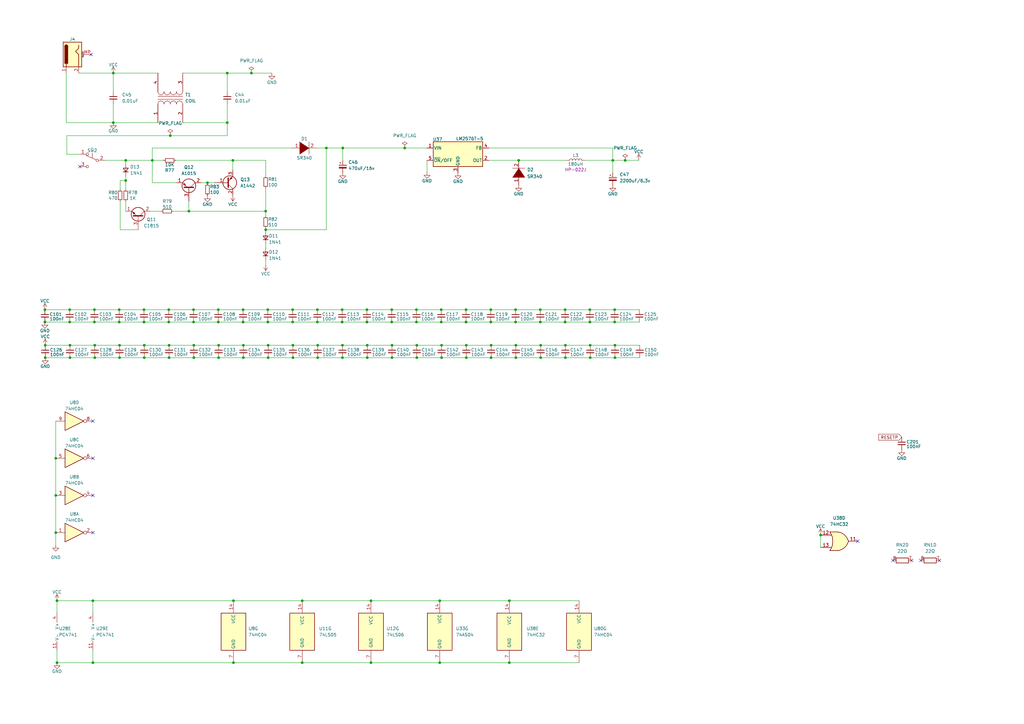
<source format=kicad_sch>
(kicad_sch (version 20211123) (generator eeschema)
  (paper "A3")
  (junction (at 181.102 141.605))
  (junction (at 201.295 127))
  (junction (at 62.484 65.786))
  (junction (at 211.455 132.08))
  (junction (at 231.902 146.685))
  (junction (at 18.415 127))
  (junction (at 120.142 141.605))
  (junction (at 79.375 132.08))
  (junction (at 93.218 50.292))
  (junction (at 191.135 132.08))
  (junction (at 170.815 132.08))
  (junction (at 95.758 246.38))
  (junction (at 38.735 127))
  (junction (at 201.422 141.605))
  (junction (at 59.182 141.605))
  (junction (at 99.822 146.685))
  (junction (at 120.142 146.685))
  (junction (at 211.582 146.685))
  (junction (at 18.415 132.08))
  (junction (at 38.1 271.78))
  (junction (at 241.935 132.08))
  (junction (at 49.022 146.685))
  (junction (at 77.47 86.614))
  (junction (at 221.742 141.605))
  (junction (at 150.495 127))
  (junction (at 49.022 141.605))
  (junction (at 152.146 271.78))
  (junction (at 109.982 141.605))
  (junction (at 123.952 246.38))
  (junction (at 51.562 74.041))
  (junction (at 221.615 127))
  (junction (at 79.502 141.605))
  (junction (at 28.575 127))
  (junction (at 69.342 146.685))
  (junction (at 95.504 65.786))
  (junction (at 180.34 246.38))
  (junction (at 89.662 146.685))
  (junction (at 336.55 219.456))
  (junction (at 201.422 146.685))
  (junction (at 140.335 127))
  (junction (at 85.09 74.93))
  (junction (at 160.782 141.605))
  (junction (at 130.302 141.605))
  (junction (at 140.462 146.685))
  (junction (at 150.622 146.685))
  (junction (at 28.702 146.685))
  (junction (at 99.695 127))
  (junction (at 181.102 146.685))
  (junction (at 93.218 29.972))
  (junction (at 38.735 132.08))
  (junction (at 170.942 146.685))
  (junction (at 208.915 271.78))
  (junction (at 123.952 271.78))
  (junction (at 22.86 218.44))
  (junction (at 140.335 132.08))
  (junction (at 252.222 146.685))
  (junction (at 221.742 146.685))
  (junction (at 120.015 132.08))
  (junction (at 140.462 141.605))
  (junction (at 133.858 60.706))
  (junction (at 152.146 246.38))
  (junction (at 180.34 271.78))
  (junction (at 221.615 132.08))
  (junction (at 69.215 132.08))
  (junction (at 28.575 132.08))
  (junction (at 256.413 65.786))
  (junction (at 22.86 203.2))
  (junction (at 46.482 50.292))
  (junction (at 103.124 29.972))
  (junction (at 59.182 146.685))
  (junction (at 201.295 132.08))
  (junction (at 160.655 127))
  (junction (at 109.855 132.08))
  (junction (at 108.966 86.614))
  (junction (at 38.862 141.605))
  (junction (at 241.935 127))
  (junction (at 99.695 132.08))
  (junction (at 208.915 246.38))
  (junction (at 211.582 141.605))
  (junction (at 150.495 132.08))
  (junction (at 38.862 146.685))
  (junction (at 95.758 271.78))
  (junction (at 18.542 141.605))
  (junction (at 46.482 29.972))
  (junction (at 191.262 141.605))
  (junction (at 211.455 127))
  (junction (at 130.302 146.685))
  (junction (at 89.662 141.605))
  (junction (at 170.815 127))
  (junction (at 48.895 127))
  (junction (at 191.262 146.685))
  (junction (at 252.095 132.08))
  (junction (at 120.015 127))
  (junction (at 18.542 146.685))
  (junction (at 69.215 127))
  (junction (at 69.85 55.626))
  (junction (at 180.975 132.08))
  (junction (at 212.725 65.786))
  (junction (at 109.855 127))
  (junction (at 48.895 132.08))
  (junction (at 99.822 141.605))
  (junction (at 160.655 132.08))
  (junction (at 38.1 246.38))
  (junction (at 150.622 141.605))
  (junction (at 22.86 187.96))
  (junction (at 108.966 94.234))
  (junction (at 140.589 60.706))
  (junction (at 191.135 127))
  (junction (at 69.342 141.605))
  (junction (at 59.055 132.08))
  (junction (at 160.782 146.685))
  (junction (at 231.775 127))
  (junction (at 165.989 60.706))
  (junction (at 242.062 141.605))
  (junction (at 231.902 141.605))
  (junction (at 242.062 146.685))
  (junction (at 89.535 132.08))
  (junction (at 170.942 141.605))
  (junction (at 252.222 141.605))
  (junction (at 59.055 127))
  (junction (at 51.562 65.786))
  (junction (at 79.502 146.685))
  (junction (at 23.368 271.78))
  (junction (at 180.975 127))
  (junction (at 231.775 132.08))
  (junction (at 28.702 141.605))
  (junction (at 23.368 246.38))
  (junction (at 89.535 127))
  (junction (at 251.333 65.786))
  (junction (at 130.175 132.08))
  (junction (at 252.095 127))
  (junction (at 109.982 146.685))
  (junction (at 130.175 127))
  (junction (at 79.375 127))
  (no_connect (at 377.698 229.87))
  (no_connect (at 38.1 203.2))
  (no_connect (at 38.1 218.44))
  (no_connect (at 373.888 229.87))
  (no_connect (at 351.79 221.996))
  (no_connect (at 38.1 187.96))
  (no_connect (at 366.268 229.87))
  (no_connect (at 38.1 172.72))
  (no_connect (at 37.338 22.352))
  (no_connect (at 385.318 229.87))
  (no_connect (at 32.766 68.326))
  (wire (pts (xy 27.178 50.292) (xy 27.178 29.972)))
  (wire (pts (xy 38.862 146.685) (xy 49.022 146.685)))
  (wire (pts (xy 95.758 271.78) (xy 123.952 271.78)))
  (wire (pts (xy 27.432 55.626) (xy 27.432 63.246)))
  (wire (pts (xy 109.982 146.685) (xy 120.142 146.685)))
  (wire (pts (xy 38.1 246.38) (xy 95.758 246.38)))
  (wire (pts (xy 211.455 127) (xy 221.615 127)))
  (wire (pts (xy 95.758 246.38) (xy 123.952 246.38)))
  (wire (pts (xy 170.942 141.605) (xy 181.102 141.605)))
  (wire (pts (xy 150.495 132.08) (xy 160.655 132.08)))
  (wire (pts (xy 108.966 106.68) (xy 108.966 108.458)))
  (wire (pts (xy 62.484 60.706) (xy 119.761 60.706)))
  (wire (pts (xy 231.775 132.08) (xy 241.935 132.08)))
  (wire (pts (xy 181.102 146.685) (xy 191.262 146.685)))
  (wire (pts (xy 165.989 60.706) (xy 175.133 60.706)))
  (wire (pts (xy 27.178 50.292) (xy 46.482 50.292)))
  (wire (pts (xy 252.222 141.605) (xy 262.382 141.605)))
  (wire (pts (xy 59.055 132.08) (xy 69.215 132.08)))
  (wire (pts (xy 72.136 65.786) (xy 95.504 65.786)))
  (wire (pts (xy 23.368 271.78) (xy 38.1 271.78)))
  (wire (pts (xy 51.562 82.677) (xy 51.562 86.614)))
  (wire (pts (xy 82.55 74.93) (xy 85.09 74.93)))
  (wire (pts (xy 48.895 132.08) (xy 59.055 132.08)))
  (wire (pts (xy 46.482 29.972) (xy 46.482 37.592)))
  (wire (pts (xy 18.542 146.685) (xy 28.702 146.685)))
  (wire (pts (xy 18.415 127) (xy 28.575 127)))
  (wire (pts (xy 79.375 127) (xy 89.535 127)))
  (wire (pts (xy 152.146 271.78) (xy 180.34 271.78)))
  (wire (pts (xy 93.218 55.626) (xy 69.85 55.626)))
  (wire (pts (xy 211.582 141.605) (xy 221.742 141.605)))
  (wire (pts (xy 201.422 141.605) (xy 211.582 141.605)))
  (wire (pts (xy 180.34 271.78) (xy 208.915 271.78)))
  (wire (pts (xy 46.482 50.292) (xy 64.77 50.292)))
  (wire (pts (xy 79.375 132.08) (xy 89.535 132.08)))
  (wire (pts (xy 46.482 42.672) (xy 46.482 50.292)))
  (wire (pts (xy 38.1 246.38) (xy 38.1 251.46)))
  (wire (pts (xy 251.333 60.706) (xy 200.533 60.706)))
  (wire (pts (xy 180.975 132.08) (xy 191.135 132.08)))
  (wire (pts (xy 108.966 65.786) (xy 108.966 72.136)))
  (wire (pts (xy 191.135 127) (xy 201.295 127)))
  (wire (pts (xy 38.1 271.78) (xy 95.758 271.78)))
  (wire (pts (xy 69.85 55.626) (xy 27.432 55.626)))
  (wire (pts (xy 95.504 65.786) (xy 108.966 65.786)))
  (wire (pts (xy 130.175 127) (xy 140.335 127)))
  (wire (pts (xy 211.582 146.685) (xy 221.742 146.685)))
  (wire (pts (xy 49.276 94.234) (xy 56.642 94.234)))
  (wire (pts (xy 22.86 172.72) (xy 22.86 187.96)))
  (wire (pts (xy 133.858 60.706) (xy 133.858 94.234)))
  (wire (pts (xy 130.175 132.08) (xy 140.335 132.08)))
  (wire (pts (xy 180.975 127) (xy 191.135 127)))
  (wire (pts (xy 231.775 127) (xy 241.935 127)))
  (wire (pts (xy 140.335 127) (xy 150.495 127)))
  (wire (pts (xy 93.218 29.972) (xy 74.93 29.972)))
  (wire (pts (xy 27.432 63.246) (xy 32.766 63.246)))
  (wire (pts (xy 69.342 141.605) (xy 79.502 141.605)))
  (wire (pts (xy 140.589 60.706) (xy 140.589 65.786)))
  (wire (pts (xy 103.124 29.972) (xy 93.218 29.972)))
  (wire (pts (xy 62.484 65.786) (xy 51.562 65.786)))
  (wire (pts (xy 160.782 141.605) (xy 170.942 141.605)))
  (wire (pts (xy 108.966 94.234) (xy 108.966 94.996)))
  (wire (pts (xy 152.146 246.38) (xy 180.34 246.38)))
  (wire (pts (xy 150.622 146.685) (xy 160.782 146.685)))
  (wire (pts (xy 59.182 146.685) (xy 69.342 146.685)))
  (wire (pts (xy 180.34 246.38) (xy 208.915 246.38)))
  (wire (pts (xy 111.506 29.972) (xy 103.124 29.972)))
  (wire (pts (xy 108.966 88.519) (xy 108.966 86.614)))
  (wire (pts (xy 242.062 141.605) (xy 252.222 141.605)))
  (wire (pts (xy 239.903 65.786) (xy 251.333 65.786)))
  (wire (pts (xy 252.095 132.08) (xy 262.255 132.08)))
  (wire (pts (xy 211.455 132.08) (xy 221.615 132.08)))
  (wire (pts (xy 221.615 127) (xy 231.775 127)))
  (wire (pts (xy 23.368 246.38) (xy 23.368 251.46)))
  (wire (pts (xy 28.702 141.605) (xy 38.862 141.605)))
  (wire (pts (xy 38.735 132.08) (xy 48.895 132.08)))
  (wire (pts (xy 72.39 74.93) (xy 62.484 74.93)))
  (wire (pts (xy 89.535 132.08) (xy 99.695 132.08)))
  (wire (pts (xy 208.915 271.78) (xy 237.49 271.78)))
  (wire (pts (xy 160.655 132.08) (xy 170.815 132.08)))
  (wire (pts (xy 23.368 266.7) (xy 23.368 271.78)))
  (wire (pts (xy 49.022 146.685) (xy 59.182 146.685)))
  (wire (pts (xy 160.782 146.685) (xy 170.942 146.685)))
  (wire (pts (xy 38.1 266.7) (xy 38.1 271.78)))
  (wire (pts (xy 69.215 132.08) (xy 79.375 132.08)))
  (wire (pts (xy 28.575 132.08) (xy 38.735 132.08)))
  (wire (pts (xy 99.695 132.08) (xy 109.855 132.08)))
  (wire (pts (xy 89.535 127) (xy 99.695 127)))
  (wire (pts (xy 181.102 141.605) (xy 191.262 141.605)))
  (wire (pts (xy 200.533 65.786) (xy 212.725 65.786)))
  (wire (pts (xy 130.302 146.685) (xy 140.462 146.685)))
  (wire (pts (xy 71.12 86.614) (xy 77.47 86.614)))
  (wire (pts (xy 170.815 127) (xy 180.975 127)))
  (wire (pts (xy 93.218 29.972) (xy 93.218 37.592)))
  (wire (pts (xy 252.095 127) (xy 262.255 127)))
  (wire (pts (xy 66.04 86.614) (xy 61.722 86.614)))
  (wire (pts (xy 69.342 146.685) (xy 79.502 146.685)))
  (wire (pts (xy 140.462 141.605) (xy 150.622 141.605)))
  (wire (pts (xy 170.942 146.685) (xy 181.102 146.685)))
  (wire (pts (xy 212.725 65.786) (xy 232.283 65.786)))
  (wire (pts (xy 191.262 141.605) (xy 201.422 141.605)))
  (wire (pts (xy 49.276 74.041) (xy 51.562 74.041)))
  (wire (pts (xy 129.921 60.706) (xy 133.858 60.706)))
  (wire (pts (xy 22.86 203.2) (xy 22.86 218.44)))
  (wire (pts (xy 120.142 146.685) (xy 130.302 146.685)))
  (wire (pts (xy 93.218 50.292) (xy 74.93 50.292)))
  (wire (pts (xy 221.742 146.685) (xy 231.902 146.685)))
  (wire (pts (xy 242.062 146.685) (xy 252.222 146.685)))
  (wire (pts (xy 231.902 146.685) (xy 242.062 146.685)))
  (wire (pts (xy 28.575 127) (xy 38.735 127)))
  (wire (pts (xy 77.47 82.55) (xy 77.47 86.614)))
  (wire (pts (xy 109.982 141.605) (xy 120.142 141.605)))
  (wire (pts (xy 32.258 29.972) (xy 46.482 29.972)))
  (wire (pts (xy 51.562 74.041) (xy 51.562 77.597)))
  (wire (pts (xy 51.562 72.263) (xy 51.562 74.041)))
  (wire (pts (xy 201.295 132.08) (xy 211.455 132.08)))
  (wire (pts (xy 59.182 141.605) (xy 69.342 141.605)))
  (wire (pts (xy 133.858 60.706) (xy 140.589 60.706)))
  (wire (pts (xy 191.135 132.08) (xy 201.295 132.08)))
  (wire (pts (xy 49.022 141.605) (xy 59.182 141.605)))
  (wire (pts (xy 49.276 82.677) (xy 49.276 94.234)))
  (wire (pts (xy 201.295 127) (xy 211.455 127)))
  (wire (pts (xy 23.368 246.38) (xy 38.1 246.38)))
  (wire (pts (xy 59.055 127) (xy 69.215 127)))
  (wire (pts (xy 49.276 77.597) (xy 49.276 74.041)))
  (wire (pts (xy 69.215 127) (xy 79.375 127)))
  (wire (pts (xy 79.502 146.685) (xy 89.662 146.685)))
  (wire (pts (xy 77.47 86.614) (xy 108.966 86.614)))
  (wire (pts (xy 221.615 132.08) (xy 231.775 132.08)))
  (wire (pts (xy 231.902 141.605) (xy 242.062 141.605)))
  (wire (pts (xy 140.335 132.08) (xy 150.495 132.08)))
  (wire (pts (xy 251.333 65.786) (xy 251.333 70.866)))
  (wire (pts (xy 89.662 146.685) (xy 99.822 146.685)))
  (wire (pts (xy 130.302 141.605) (xy 140.462 141.605)))
  (wire (pts (xy 108.966 100.076) (xy 108.966 101.6)))
  (wire (pts (xy 109.855 127) (xy 120.015 127)))
  (wire (pts (xy 99.822 146.685) (xy 109.982 146.685)))
  (wire (pts (xy 89.662 141.605) (xy 99.822 141.605)))
  (wire (pts (xy 99.822 141.605) (xy 109.982 141.605)))
  (wire (pts (xy 79.502 141.605) (xy 89.662 141.605)))
  (wire (pts (xy 38.735 127) (xy 48.895 127)))
  (wire (pts (xy 18.542 141.605) (xy 28.702 141.605)))
  (wire (pts (xy 251.333 65.786) (xy 251.333 60.706)))
  (wire (pts (xy 67.056 65.786) (xy 62.484 65.786)))
  (wire (pts (xy 336.55 219.456) (xy 336.55 224.536)))
  (wire (pts (xy 99.695 127) (xy 109.855 127)))
  (wire (pts (xy 191.262 146.685) (xy 201.422 146.685)))
  (wire (pts (xy 95.504 65.786) (xy 95.504 69.85)))
  (wire (pts (xy 221.742 141.605) (xy 231.902 141.605)))
  (wire (pts (xy 46.482 29.972) (xy 64.77 29.972)))
  (wire (pts (xy 93.218 50.292) (xy 93.218 55.626)))
  (wire (pts (xy 38.862 141.605) (xy 49.022 141.605)))
  (wire (pts (xy 208.915 246.38) (xy 237.49 246.38)))
  (wire (pts (xy 108.966 93.599) (xy 108.966 94.234)))
  (wire (pts (xy 108.966 77.216) (xy 108.966 86.614)))
  (wire (pts (xy 42.926 65.786) (xy 51.562 65.786)))
  (wire (pts (xy 51.562 65.786) (xy 51.562 67.183)))
  (wire (pts (xy 150.495 127) (xy 160.655 127)))
  (wire (pts (xy 62.484 65.786) (xy 62.484 60.706)))
  (wire (pts (xy 123.952 246.38) (xy 152.146 246.38)))
  (wire (pts (xy 85.09 74.93) (xy 87.884 74.93)))
  (wire (pts (xy 140.462 146.685) (xy 150.622 146.685)))
  (wire (pts (xy 241.935 127) (xy 252.095 127)))
  (wire (pts (xy 108.966 94.234) (xy 133.858 94.234)))
  (wire (pts (xy 201.422 146.685) (xy 211.582 146.685)))
  (wire (pts (xy 175.133 65.786) (xy 175.133 70.612)))
  (wire (pts (xy 22.86 218.44) (xy 22.86 223.52)))
  (wire (pts (xy 256.413 65.786) (xy 262.001 65.786)))
  (wire (pts (xy 62.484 74.93) (xy 62.484 65.786)))
  (wire (pts (xy 109.855 132.08) (xy 120.015 132.08)))
  (wire (pts (xy 120.142 141.605) (xy 130.302 141.605)))
  (wire (pts (xy 252.222 146.685) (xy 262.382 146.685)))
  (wire (pts (xy 170.815 132.08) (xy 180.975 132.08)))
  (wire (pts (xy 241.935 132.08) (xy 252.095 132.08)))
  (wire (pts (xy 22.86 187.96) (xy 22.86 203.2)))
  (wire (pts (xy 48.895 127) (xy 59.055 127)))
  (wire (pts (xy 123.952 271.78) (xy 152.146 271.78)))
  (wire (pts (xy 140.589 60.706) (xy 165.989 60.706)))
  (wire (pts (xy 85.09 74.93) (xy 85.09 75.184)))
  (wire (pts (xy 120.015 132.08) (xy 130.175 132.08)))
  (wire (pts (xy 160.655 127) (xy 170.815 127)))
  (wire (pts (xy 251.333 65.786) (xy 256.413 65.786)))
  (wire (pts (xy 93.218 42.672) (xy 93.218 50.292)))
  (wire (pts (xy 150.622 141.605) (xy 160.782 141.605)))
  (wire (pts (xy 28.702 146.685) (xy 38.862 146.685)))
  (wire (pts (xy 120.015 127) (xy 130.175 127)))
  (wire (pts (xy 18.415 132.08) (xy 28.575 132.08)))
  (global_label "RESETP" (shape input) (at 369.824 179.324 180) (property "Intersheet References" "${INTERSHEET_REFS}" (effects hide)))
  (symbol (lib_id "Connector:Barrel_Jack_MountingPin") (at 29.718 22.352 90) (mirror x) (unit 1)
    (property "Reference" "J4" (at 29.718 16.0528 90))
    (property "Value" "~" (at 30.0736 16.1036 90))
    (property "Footprint" "Jumper:SolderJumper-2_P1.3mm_Open_Pad1.0x1.5mm" (effects hide))
  )
  (symbol (lib_id "power:PWR_FLAG") (at 256.413 65.786 0) (unit 1)
    (property "Reference" "#FLG0101" (effects hide))
    (property "Value" "PWR_FLAG" (at 256.413 60.706 0))
  )
  (symbol (lib_id "Device:C_Small") (at 38.735 129.54 0) (unit 1)
    (property "Reference" "C103" (at 40.64 128.905 0) (effects (justify left)))
    (property "Value" "100nF" (at 40.64 130.81 0) (effects (justify left)))
    (property "Footprint" "1_NeoGeoLibrary:CAP3-5mm" (effects hide))
  )
  (symbol (lib_id "Regulator_Switching:LM2576T-5") (at 187.833 63.246 0) (unit 1)
    (property "Reference" "U37" (at 179.451 57.15 0))
    (property "Value" "LM2576T-5" (at 192.659 56.896 0))
    (property "Footprint" "Package_TO_SOT_THT:TO-220-5_Vertical" (effects hide))
  )
  (symbol (lib_id "Device:C_Small") (at 242.062 144.145 0) (unit 1)
    (property "Reference" "C148" (at 243.967 143.51 0) (effects (justify left)))
    (property "Value" "100nF" (at 243.967 145.415 0) (effects (justify left)))
    (property "Footprint" "1_NeoGeoLibrary:CAP3-5mm" (effects hide))
  )
  (symbol (lib_id "Device:Q_PNP_BCE") (at 92.964 74.93 0) (mirror x) (unit 1)
    (property "Reference" "Q13" (at 98.552 73.6599 0) (effects (justify left)))
    (property "Value" "A1442" (at 98.552 76.1999 0) (effects (justify left)))
    (property "Footprint" "Package_TO_SOT_THT:TO-3P-3_Vertical" (effects hide))
  )
  (symbol (lib_id "Device:C_Small") (at 180.975 129.54 0) (unit 1)
    (property "Reference" "C117" (at 182.88 128.905 0) (effects (justify left)))
    (property "Value" "100nF" (at 182.88 130.81 0) (effects (justify left)))
    (property "Footprint" "1_NeoGeoLibrary:CAP3-5mm" (effects hide))
  )
  (symbol (lib_id "power:PWR_FLAG") (at 69.85 55.626 0) (unit 1)
    (property "Reference" "#FLG0102" (effects hide))
    (property "Value" "PWR_FLAG" (at 69.85 50.546 0))
  )
  (symbol (lib_id "Device:C_Small") (at 120.015 129.54 0) (unit 1)
    (property "Reference" "C111" (at 121.92 128.905 0) (effects (justify left)))
    (property "Value" "100nF" (at 121.92 130.81 0) (effects (justify left)))
    (property "Footprint" "1_NeoGeoLibrary:CAP3-5mm" (effects hide))
  )
  (symbol (lib_id "Device:R_Small") (at 108.966 74.676 0) (mirror y) (unit 1)
    (property "Reference" "R81" (at 111.887 73.533 0))
    (property "Value" "100" (at 111.887 75.819 0))
    (property "Footprint" "1_NeoGeoLibrary:CAP3-5mm" (effects hide))
  )
  (symbol (lib_id "power:VCC") (at 336.55 219.456 0) (unit 1)
    (property "Reference" "#PWR0267" (effects hide))
    (property "Value" "VCC" (at 336.55 215.9 0))
  )
  (symbol (lib_id "Device:R_Pack04_SIP_Split") (at 370.078 229.87 90) (unit 4)
    (property "Reference" "RN2" (at 370.078 223.52 90))
    (property "Value" "22Ω" (at 370.078 226.06 90))
    (property "Footprint" "1_NeoGeoLibrary:RN2" (effects hide))
    (property "Datasheet" "http://www.vishay.com/docs/31509/csc.pdf" (effects hide))
  )
  (symbol (lib_id "power:GND") (at 18.415 132.08 0) (unit 1)
    (property "Reference" "#PWR0264" (effects hide))
    (property "Value" "GND" (at 18.415 135.636 0))
  )
  (symbol (lib_id "Device:C_Small") (at 160.782 144.145 0) (unit 1)
    (property "Reference" "C140" (at 162.687 143.51 0) (effects (justify left)))
    (property "Value" "100nF" (at 162.687 145.415 0) (effects (justify left)))
    (property "Footprint" "1_NeoGeoLibrary:CAP3-5mm" (effects hide))
  )
  (symbol (lib_id "Device:D_Small") (at 108.966 104.14 90) (unit 1)
    (property "Reference" "D12" (at 110.236 103.378 90) (effects (justify right)))
    (property "Value" "1N41" (at 110.236 105.918 90) (effects (justify right)))
    (property "Footprint" "Diode_THT:D_A-405_P10.16mm_Horizontal" (effects hide))
  )
  (symbol (lib_id "power:GND") (at 46.482 50.292 0) (unit 1)
    (property "Reference" "#PWR0277" (effects hide))
    (property "Value" "GND" (at 46.482 53.6956 0))
  )
  (symbol (lib_id "power:GND") (at 22.86 223.52 0) (unit 1)
    (property "Reference" "#PWR0275" (effects hide))
    (property "Value" "GND" (at 22.86 228.6 0))
  )
  (symbol (lib_id "power:GND") (at 212.725 75.946 0) (unit 1)
    (property "Reference" "#PWR0255" (effects hide))
    (property "Value" "GND" (at 212.725 79.502 0))
  )
  (symbol (lib_id "Transistor_BJT:2SA1015") (at 77.47 77.47 270) (mirror x) (unit 1)
    (property "Reference" "Q12" (at 77.47 68.58 90))
    (property "Value" "A1015" (at 77.47 71.12 90))
    (property "Footprint" "Package_TO_SOT_THT:TO-92_Inline_Wide" (effects hide))
    (property "Datasheet" "http://www.datasheetcatalog.org/datasheet/toshiba/905.pdf" (effects hide))
  )
  (symbol (lib_id "power:GND") (at 369.824 184.404 0) (unit 1)
    (property "Reference" "#PWR0266" (effects hide))
    (property "Value" "GND" (at 369.824 187.96 0))
  )
  (symbol (lib_id "Device:C_Small") (at 160.655 129.54 0) (unit 1)
    (property "Reference" "C115" (at 162.56 128.905 0) (effects (justify left)))
    (property "Value" "100nF" (at 162.56 130.81 0) (effects (justify left)))
    (property "Footprint" "1_NeoGeoLibrary:CAP3-5mm" (effects hide))
  )
  (symbol (lib_id "Device:R_Small") (at 49.276 80.137 0) (unit 1)
    (property "Reference" "R80" (at 46.355 78.994 0))
    (property "Value" "470" (at 46.355 81.28 0))
    (property "Footprint" "1_NeoGeoLibrary:CAP3-5mm" (effects hide))
  )
  (symbol (lib_id "74xx:74HC04") (at 30.48 172.72 0) (unit 4)
    (property "Reference" "U8" (at 30.48 165.1 0))
    (property "Value" "74HC04" (at 30.48 167.64 0))
    (property "Footprint" "Package_DIP:DIP-14_W7.62mm" (effects hide))
  )
  (symbol (lib_id "Device:C_Small") (at 48.895 129.54 0) (unit 1)
    (property "Reference" "C104" (at 50.8 128.905 0) (effects (justify left)))
    (property "Value" "100nF" (at 50.8 130.81 0) (effects (justify left)))
    (property "Footprint" "1_NeoGeoLibrary:CAP3-5mm" (effects hide))
  )
  (symbol (lib_id "Device:C_Small") (at 79.375 129.54 0) (unit 1)
    (property "Reference" "C107" (at 81.28 128.905 0) (effects (justify left)))
    (property "Value" "100nF" (at 81.28 130.81 0) (effects (justify left)))
    (property "Footprint" "1_NeoGeoLibrary:CAP3-5mm" (effects hide))
  )
  (symbol (lib_id "power:GND") (at 175.133 70.612 0) (unit 1)
    (property "Reference" "#PWR0258" (effects hide))
    (property "Value" "GND" (at 175.133 74.168 0))
  )
  (symbol (lib_id "Device:R_Small") (at 85.09 77.724 0) (mirror y) (unit 1)
    (property "Reference" "R83" (at 88.011 76.581 0))
    (property "Value" "100" (at 88.011 78.867 0))
    (property "Footprint" "1_NeoGeoLibrary:CAP3-5mm" (effects hide))
  )
  (symbol (lib_id "74xx:74LS04") (at 30.48 218.44 0) (unit 1)
    (property "Reference" "U8" (at 30.48 210.82 0))
    (property "Value" "74HC04" (at 30.48 213.36 0))
    (property "Datasheet" "http://www.ti.com/lit/gpn/sn74LS04" (effects hide))
  )
  (symbol (lib_id "Device:C_Small") (at 18.542 144.145 0) (unit 1)
    (property "Reference" "C126" (at 20.447 143.51 0) (effects (justify left)))
    (property "Value" "100nF" (at 20.447 145.415 0) (effects (justify left)))
    (property "Footprint" "1_NeoGeoLibrary:CAP3-5mm" (effects hide))
  )
  (symbol (lib_id "Transistor_BJT:2SC1815") (at 56.642 89.154 270) (mirror x) (unit 1)
    (property "Reference" "Q11" (at 62.103 90.043 90))
    (property "Value" "C1815" (at 62.103 92.583 90))
    (property "Footprint" "Package_TO_SOT_THT:TO-92_Inline" (effects hide))
    (property "Datasheet" "https://media.digikey.com/pdf/Data%20Sheets/Toshiba%20PDFs/2SC1815.pdf" (effects hide))
  )
  (symbol (lib_id "74xx:74LS06") (at 152.146 259.08 0) (unit 7)
    (property "Reference" "U12" (at 158.496 257.8099 0) (effects (justify left)))
    (property "Value" "74LS06" (at 158.496 260.3499 0) (effects (justify left)))
    (property "Footprint" "Package_DIP:DIP-14_W7.62mm" (effects hide))
  )
  (symbol (lib_id "Device:C_Small") (at 221.615 129.54 0) (unit 1)
    (property "Reference" "C121" (at 223.52 128.905 0) (effects (justify left)))
    (property "Value" "100nF" (at 223.52 130.81 0) (effects (justify left)))
    (property "Footprint" "1_NeoGeoLibrary:CAP3-5mm" (effects hide))
  )
  (symbol (lib_id "Device:C_Small") (at 241.935 129.54 0) (unit 1)
    (property "Reference" "C123" (at 243.84 128.905 0) (effects (justify left)))
    (property "Value" "100nF" (at 243.84 130.81 0) (effects (justify left)))
    (property "Footprint" "1_NeoGeoLibrary:CAP3-5mm" (effects hide))
  )
  (symbol (lib_id "Device:C_Small") (at 181.102 144.145 0) (unit 1)
    (property "Reference" "C142" (at 183.007 143.51 0) (effects (justify left)))
    (property "Value" "100nF" (at 183.007 145.415 0) (effects (justify left)))
    (property "Footprint" "1_NeoGeoLibrary:CAP3-5mm" (effects hide))
  )
  (symbol (lib_id "power:VCC") (at 18.415 127 0) (unit 1)
    (property "Reference" "#PWR0265" (effects hide))
    (property "Value" "VCC" (at 18.415 123.444 0))
  )
  (symbol (lib_id "power:GND") (at 85.09 80.264 0) (unit 1)
    (property "Reference" "#PWR?" (effects hide))
    (property "Value" "GND" (at 85.09 83.82 0))
  )
  (symbol (lib_id "power:GND") (at 140.589 70.866 0) (unit 1)
    (property "Reference" "#PWR0257" (effects hide))
    (property "Value" "GND" (at 140.589 74.422 0))
  )
  (symbol (lib_id "power:GND") (at 23.368 271.78 0) (unit 1)
    (property "Reference" "#PWR0251" (effects hide))
    (property "Value" "GND" (at 23.368 275.336 0))
  )
  (symbol (lib_id "power:VCC") (at 108.966 108.458 180) (unit 1)
    (property "Reference" "#PWR?" (effects hide))
    (property "Value" "VCC" (at 108.966 112.268 0))
  )
  (symbol (lib_id "Amplifier_Operational:LM324") (at 40.64 259.08 0) (unit 5)
    (property "Reference" "U29" (at 39.37 257.8099 0) (effects (justify left)))
    (property "Value" "PC4741" (at 39.37 260.3499 0) (effects (justify left)))
    (property "Footprint" "Package_DIP:DIP-14_W7.62mm" (effects hide))
    (property "Datasheet" "http://www.ti.com/lit/ds/symlink/lm2902-n.pdf" (effects hide))
  )
  (symbol (lib_id "Device:C_Small") (at 211.582 144.145 0) (unit 1)
    (property "Reference" "C145" (at 213.487 143.51 0) (effects (justify left)))
    (property "Value" "100nF" (at 213.487 145.415 0) (effects (justify left)))
    (property "Footprint" "1_NeoGeoLibrary:CAP3-5mm" (effects hide))
  )
  (symbol (lib_id "Device:C_Small") (at 46.482 40.132 0) (unit 1)
    (property "Reference" "C45" (at 50.038 38.8682 0) (effects (justify left)))
    (property "Value" "0.01uF" (at 50.038 41.4082 0) (effects (justify left)))
    (property "Footprint" "1_NeoGeoLibrary:CAP1-5mm" (effects hide))
  )
  (symbol (lib_id "Device:C_Small") (at 252.222 144.145 0) (unit 1)
    (property "Reference" "C149" (at 254.127 143.51 0) (effects (justify left)))
    (property "Value" "100nF" (at 254.127 145.415 0) (effects (justify left)))
    (property "Footprint" "1_NeoGeoLibrary:CAP3-5mm" (effects hide))
  )
  (symbol (lib_id "Device:C_Small") (at 59.055 129.54 0) (unit 1)
    (property "Reference" "C105" (at 60.96 128.905 0) (effects (justify left)))
    (property "Value" "100nF" (at 60.96 130.81 0) (effects (justify left)))
    (property "Footprint" "1_NeoGeoLibrary:CAP3-5mm" (effects hide))
  )
  (symbol (lib_id "Device:C_Small") (at 231.775 129.54 0) (unit 1)
    (property "Reference" "C122" (at 233.68 128.905 0) (effects (justify left)))
    (property "Value" "100nF" (at 233.68 130.81 0) (effects (justify left)))
    (property "Footprint" "1_NeoGeoLibrary:CAP3-5mm" (effects hide))
  )
  (symbol (lib_id "Device:C_Small") (at 140.335 129.54 0) (unit 1)
    (property "Reference" "C113" (at 142.24 128.905 0) (effects (justify left)))
    (property "Value" "100nF" (at 142.24 130.81 0) (effects (justify left)))
    (property "Footprint" "1_NeoGeoLibrary:CAP2-2.5mm" (effects hide))
  )
  (symbol (lib_id "Device:C_Polarized_Small") (at 140.589 68.326 0) (unit 1)
    (property "Reference" "C46" (at 142.875 66.5098 0) (effects (justify left)))
    (property "Value" "470uF/16v" (at 142.875 69.0498 0) (effects (justify left)))
    (property "Footprint" "1_NeoGeoLibrary:CAP3-5mm" (effects hide))
  )
  (symbol (lib_id "Switch:SW_Push_SPDT") (at 37.846 65.786 0) (mirror y) (unit 1)
    (property "Reference" "SW2" (at 37.846 61.722 0))
    (property "Value" "~" (at 37.846 60.706 0))
    (property "Footprint" "Button_Switch_THT:SW_Slide_1P2T_CK_OS102011MS2Q" (effects hide))
  )
  (symbol (lib_id "Device:C_Small") (at 211.455 129.54 0) (unit 1)
    (property "Reference" "C120" (at 213.36 128.905 0) (effects (justify left)))
    (property "Value" "100nF" (at 213.36 130.81 0) (effects (justify left)))
    (property "Footprint" "1_NeoGeoLibrary:CAP3-5mm" (effects hide))
  )
  (symbol (lib_id "Device:C_Small") (at 170.942 144.145 0) (unit 1)
    (property "Reference" "C141" (at 172.847 143.51 0) (effects (justify left)))
    (property "Value" "100nF" (at 172.847 145.415 0) (effects (justify left)))
    (property "Footprint" "1_NeoGeoLibrary:CAP3-5mm" (effects hide))
  )
  (symbol (lib_id "Device:R_Small") (at 51.562 80.137 0) (mirror y) (unit 1)
    (property "Reference" "R78" (at 54.483 78.994 0))
    (property "Value" "1K" (at 54.483 81.28 0))
    (property "Footprint" "1_NeoGeoLibrary:CAP3-5mm" (effects hide))
  )
  (symbol (lib_id "Device:R_Small") (at 69.596 65.786 270) (mirror x) (unit 1)
    (property "Reference" "R77" (at 69.596 69.85 90))
    (property "Value" "10K" (at 69.596 67.564 90))
    (property "Footprint" "1_NeoGeoLibrary:CAP3-5mm" (effects hide))
  )
  (symbol (lib_id "pspice:DIODE") (at 212.725 70.866 90) (unit 1)
    (property "Reference" "D2" (at 217.551 69.596 90))
    (property "Value" "SR340" (at 219.329 72.39 90))
    (property "Footprint" "Diode_THT:D_A-405_P10.16mm_Horizontal" (effects hide))
  )
  (symbol (lib_id "Device:C_Small") (at 99.695 129.54 0) (unit 1)
    (property "Reference" "C109" (at 101.6 128.905 0) (effects (justify left)))
    (property "Value" "100nF" (at 101.6 130.81 0) (effects (justify left)))
    (property "Footprint" "1_NeoGeoLibrary:CAP3-5mm" (effects hide))
  )
  (symbol (lib_id "pspice:DIODE") (at 124.841 60.706 0) (unit 1)
    (property "Reference" "D1" (at 124.841 56.896 0))
    (property "Value" "SR340" (at 124.841 64.77 0))
    (property "Footprint" "Diode_THT:D_A-405_P10.16mm_Horizontal" (effects hide))
  )
  (symbol (lib_id "power:GND") (at 187.833 70.866 0) (unit 1)
    (property "Reference" "#PWR0252" (effects hide))
    (property "Value" "GND" (at 187.833 74.422 0))
  )
  (symbol (lib_id "Device:C_Small") (at 38.862 144.145 0) (unit 1)
    (property "Reference" "C128" (at 40.767 143.51 0) (effects (justify left)))
    (property "Value" "100nF" (at 40.767 145.415 0) (effects (justify left)))
    (property "Footprint" "1_NeoGeoLibrary:CAP3-5mm" (effects hide))
  )
  (symbol (lib_id "Device:C_Small") (at 201.422 144.145 0) (unit 1)
    (property "Reference" "C144" (at 203.327 143.51 0) (effects (justify left)))
    (property "Value" "100nF" (at 203.327 145.415 0) (effects (justify left)))
    (property "Footprint" "1_NeoGeoLibrary:CAP3-5mm" (effects hide))
  )
  (symbol (lib_id "Device:C_Small") (at 140.462 144.145 0) (unit 1)
    (property "Reference" "C138" (at 142.367 143.51 0) (effects (justify left)))
    (property "Value" "100nF" (at 142.367 145.415 0) (effects (justify left)))
    (property "Footprint" "1_NeoGeoLibrary:CAP3-5mm" (effects hide))
  )
  (symbol (lib_id "74xx:74LS32") (at 208.915 259.08 0) (unit 5)
    (property "Reference" "U38" (at 215.9 257.8099 0) (effects (justify left)))
    (property "Value" "74HC32" (at 215.9 260.3499 0) (effects (justify left)))
    (property "Footprint" "Package_DIP:DIP-14_W7.62mm" (effects hide))
  )
  (symbol (lib_id "74xx:74LS04") (at 30.48 203.2 0) (unit 2)
    (property "Reference" "U8" (at 30.48 195.58 0))
    (property "Value" "74HC04" (at 30.48 198.12 0))
    (property "Datasheet" "http://www.ti.com/lit/gpn/sn74LS04" (effects hide))
  )
  (symbol (lib_id "Device:C_Small") (at 252.095 129.54 0) (unit 1)
    (property "Reference" "C124" (at 254 128.905 0) (effects (justify left)))
    (property "Value" "100nF" (at 254 130.81 0) (effects (justify left)))
    (property "Footprint" "1_NeoGeoLibrary:CAP3-5mm" (effects hide))
  )
  (symbol (lib_id "power:VCC") (at 46.482 29.972 0) (unit 1)
    (property "Reference" "#PWR0276" (effects hide))
    (property "Value" "VCC" (at 46.482 26.5684 0))
  )
  (symbol (lib_id "Device:C_Small") (at 59.182 144.145 0) (unit 1)
    (property "Reference" "C130" (at 61.087 143.51 0) (effects (justify left)))
    (property "Value" "100nF" (at 61.087 145.415 0) (effects (justify left)))
    (property "Footprint" "1_NeoGeoLibrary:CAP3-5mm" (effects hide))
  )
  (symbol (lib_id "Device:C_Small") (at 231.902 144.145 0) (unit 1)
    (property "Reference" "C147" (at 233.807 143.51 0) (effects (justify left)))
    (property "Value" "100nF" (at 233.807 145.415 0) (effects (justify left)))
    (property "Footprint" "1_NeoGeoLibrary:CAP3-5mm" (effects hide))
  )
  (symbol (lib_id "power:VCC") (at 23.368 246.38 0) (unit 1)
    (property "Reference" "#PWR0259" (effects hide))
    (property "Value" "VCC" (at 23.368 242.824 0))
  )
  (symbol (lib_id "Device:C_Small") (at 369.824 181.864 0) (unit 1)
    (property "Reference" "C201" (at 371.729 181.229 0) (effects (justify left)))
    (property "Value" "100nF" (at 371.729 183.134 0) (effects (justify left)))
    (property "Footprint" "1_NeoGeoLibrary:CAP3-5mm" (effects hide))
  )
  (symbol (lib_id "power:PWR_FLAG") (at 103.124 29.972 0) (unit 1)
    (property "Reference" "#FLG0104" (effects hide))
    (property "Value" "PWR_FLAG" (at 103.124 24.892 0))
  )
  (symbol (lib_id "Device:C_Small") (at 130.175 129.54 0) (unit 1)
    (property "Reference" "C112" (at 132.08 128.905 0) (effects (justify left)))
    (property "Value" "100nF" (at 132.08 130.81 0) (effects (justify left)))
    (property "Footprint" "1_NeoGeoLibrary:CAP3-5mm" (effects hide))
  )
  (symbol (lib_id "power:GND") (at 251.333 75.946 0) (unit 1)
    (property "Reference" "#PWR0253" (effects hide))
    (property "Value" "GND" (at 251.333 79.502 0))
  )
  (symbol (lib_id "power:PWR_FLAG") (at 165.989 60.706 0) (unit 1)
    (property "Reference" "#FLG0103" (effects hide))
    (property "Value" "PWR_FLAG" (at 165.989 55.626 0))
  )
  (symbol (lib_id "74xx:74LS04") (at 180.34 259.08 0) (unit 7)
    (property "Reference" "U33" (at 186.944 257.8099 0) (effects (justify left)))
    (property "Value" "74AS04" (at 186.944 260.3499 0) (effects (justify left)))
    (property "Footprint" "Package_DIP:DIP-14_W7.62mm" (effects hide))
  )
  (symbol (lib_id "Device:C_Small") (at 28.575 129.54 0) (unit 1)
    (property "Reference" "C102" (at 30.48 128.905 0) (effects (justify left)))
    (property "Value" "100nF" (at 30.48 130.81 0) (effects (justify left)))
    (property "Footprint" "1_NeoGeoLibrary:CAP3-5mm" (effects hide))
  )
  (symbol (lib_id "Device:C_Small") (at 89.535 129.54 0) (unit 1)
    (property "Reference" "C108" (at 91.44 128.905 0) (effects (justify left)))
    (property "Value" "100nF" (at 91.44 130.81 0) (effects (justify left)))
    (property "Footprint" "1_NeoGeoLibrary:CAP3-5mm" (effects hide))
  )
  (symbol (lib_id "Device:C_Small") (at 89.662 144.145 0) (unit 1)
    (property "Reference" "C133" (at 91.567 143.51 0) (effects (justify left)))
    (property "Value" "100nF" (at 91.567 145.415 0) (effects (justify left)))
    (property "Footprint" "1_NeoGeoLibrary:CAP3-5mm" (effects hide))
  )
  (symbol (lib_id "Device:R_Small") (at 68.58 86.614 90) (mirror x) (unit 1)
    (property "Reference" "R79" (at 68.58 82.55 90))
    (property "Value" "510" (at 68.58 84.836 90))
    (property "Footprint" "1_NeoGeoLibrary:CAP3-5mm" (effects hide))
  )
  (symbol (lib_id "power:GND") (at 111.506 29.972 0) (unit 1)
    (property "Reference" "#PWR0256" (effects hide))
    (property "Value" "GND" (at 111.506 33.782 0))
  )
  (symbol (lib_id "Device:C_Small") (at 262.255 129.54 0) (unit 1)
    (property "Reference" "C125" (at 264.16 128.905 0) (effects (justify left)))
    (property "Value" "100nF" (at 264.16 130.81 0) (effects (justify left)))
    (property "Footprint" "1_NeoGeoLibrary:CAP3-5mm" (effects hide))
  )
  (symbol (lib_id "Device:C_Small") (at 93.218 40.132 0) (unit 1)
    (property "Reference" "C44" (at 96.266 38.8682 0) (effects (justify left)))
    (property "Value" "0.01uF" (at 96.266 41.4082 0) (effects (justify left)))
    (property "Footprint" "1_NeoGeoLibrary:CAP1-5mm" (effects hide))
  )
  (symbol (lib_id "Device:C_Small") (at 28.702 144.145 0) (unit 1)
    (property "Reference" "C127" (at 30.607 143.51 0) (effects (justify left)))
    (property "Value" "100nF" (at 30.607 145.415 0) (effects (justify left)))
    (property "Footprint" "1_NeoGeoLibrary:CAP3-5mm" (effects hide))
  )
  (symbol (lib_id "power:GND") (at 18.542 146.685 0) (unit 1)
    (property "Reference" "#PWR0270" (effects hide))
    (property "Value" "GND" (at 18.542 150.241 0))
  )
  (symbol (lib_id "Device:C_Small") (at 49.022 144.145 0) (unit 1)
    (property "Reference" "C129" (at 50.927 143.51 0) (effects (justify left)))
    (property "Value" "100nF" (at 50.927 145.415 0) (effects (justify left)))
    (property "Footprint" "1_NeoGeoLibrary:CAP3-5mm" (effects hide))
  )
  (symbol (lib_id "Device:C_Small") (at 109.855 129.54 0) (unit 1)
    (property "Reference" "C110" (at 111.76 128.905 0) (effects (justify left)))
    (property "Value" "100nF" (at 111.76 130.81 0) (effects (justify left)))
    (property "Footprint" "1_NeoGeoLibrary:CAP3-5mm" (effects hide))
  )
  (symbol (lib_id "Device:R_Small") (at 108.966 91.059 0) (mirror y) (unit 1)
    (property "Reference" "R82" (at 111.887 89.916 0))
    (property "Value" "510" (at 111.887 92.202 0))
    (property "Footprint" "1_NeoGeoLibrary:CAP3-5mm" (effects hide))
  )
  (symbol (lib_id "74xx:74HC04") (at 237.49 259.08 0) (unit 7)
    (property "Reference" "U80" (at 243.586 257.8099 0) (effects (justify left)))
    (property "Value" "74HC04" (at 243.586 260.3499 0) (effects (justify left)))
    (property "Footprint" "Package_DIP:DIP-14_W7.62mm" (effects hide))
  )
  (symbol (lib_id "Device:C_Small") (at 201.295 129.54 0) (unit 1)
    (property "Reference" "C119" (at 203.2 128.905 0) (effects (justify left)))
    (property "Value" "100nF" (at 203.2 130.81 0) (effects (justify left)))
    (property "Footprint" "1_NeoGeoLibrary:CAP3-5mm" (effects hide))
  )
  (symbol (lib_id "Device:C_Small") (at 18.415 129.54 0) (unit 1)
    (property "Reference" "C101" (at 20.32 128.905 0) (effects (justify left)))
    (property "Value" "100nF" (at 20.32 130.81 0) (effects (justify left)))
    (property "Footprint" "1_NeoGeoLibrary:CAP3-5mm" (effects hide))
  )
  (symbol (lib_id "Device:C_Small") (at 69.342 144.145 0) (unit 1)
    (property "Reference" "C131" (at 71.247 143.51 0) (effects (justify left)))
    (property "Value" "100nF" (at 71.247 145.415 0) (effects (justify left)))
    (property "Footprint" "1_NeoGeoLibrary:CAP3-5mm" (effects hide))
  )
  (symbol (lib_id "Device:L") (at 236.093 65.786 90) (unit 1)
    (property "Reference" "L3" (at 236.093 63.754 90))
    (property "Value" "180uH" (at 236.093 67.31 90))
    (property "Footprint" "1_NeoGeoLibrary:Resistor1-5mm" (effects hide))
    (property "Manufacturer" "HP-022J" (at 236.093 69.596 90))
  )
  (symbol (lib_id "Device:C_Small") (at 69.215 129.54 0) (unit 1)
    (property "Reference" "C106" (at 71.12 128.905 0) (effects (justify left)))
    (property "Value" "100nF" (at 71.12 130.81 0) (effects (justify left)))
    (property "Footprint" "1_NeoGeoLibrary:CAP3-5mm" (effects hide))
  )
  (symbol (lib_id "Device:C_Small") (at 79.502 144.145 0) (unit 1)
    (property "Reference" "C132" (at 81.407 143.51 0) (effects (justify left)))
    (property "Value" "100nF" (at 81.407 145.415 0) (effects (justify left)))
    (property "Footprint" "1_NeoGeoLibrary:CAP3-5mm" (effects hide))
  )
  (symbol (lib_id "74xx:74LS05") (at 123.952 259.08 0) (unit 7)
    (property "Reference" "U11" (at 130.81 257.8099 0) (effects (justify left)))
    (property "Value" "74LS05" (at 130.81 260.3499 0) (effects (justify left)))
    (property "Footprint" "Package_DIP:DIP-14_W7.62mm" (effects hide))
  )
  (symbol (lib_id "Device:C_Small") (at 170.815 129.54 0) (unit 1)
    (property "Reference" "C116" (at 172.72 128.905 0) (effects (justify left)))
    (property "Value" "100nF" (at 172.72 130.81 0) (effects (justify left)))
    (property "Footprint" "1_NeoGeoLibrary:CAP3-5mm" (effects hide))
  )
  (symbol (lib_id "Device:C_Small") (at 99.822 144.145 0) (unit 1)
    (property "Reference" "C134" (at 101.727 143.51 0) (effects (justify left)))
    (property "Value" "100nF" (at 101.727 145.415 0) (effects (justify left)))
    (property "Footprint" "1_NeoGeoLibrary:CAP3-5mm" (effects hide))
  )
  (symbol (lib_id "Device:D_Small") (at 51.562 69.723 90) (unit 1)
    (property "Reference" "D13" (at 53.34 68.4529 90) (effects (justify right)))
    (property "Value" "1N41" (at 53.34 70.9929 90) (effects (justify right)))
    (property "Footprint" "Diode_THT:D_A-405_P10.16mm_Horizontal" (effects hide))
  )
  (symbol (lib_id "Amplifier_Operational:LM324") (at 25.908 259.08 0) (unit 5)
    (property "Reference" "U28" (at 24.13 257.8099 0) (effects (justify left)))
    (property "Value" "PC4741" (at 24.13 260.3499 0) (effects (justify left)))
    (property "Footprint" "Package_DIP:DIP-14_W7.62mm" (effects hide))
    (property "Datasheet" "http://www.ti.com/lit/ds/symlink/lm2902-n.pdf" (effects hide))
  )
  (symbol (lib_id "Device:Transformer_1P_1S") (at 69.85 40.132 90) (unit 1)
    (property "Reference" "T1" (at 75.946 38.8492 90) (effects (justify right)))
    (property "Value" "COIL" (at 75.946 41.3892 90) (effects (justify right)))
    (property "Footprint" "Transformer_THT:Transformer_NF_ETAL_1-1_P1200" (effects hide))
  )
  (symbol (lib_id "Device:C_Small") (at 262.382 144.145 0) (unit 1)
    (property "Reference" "C150" (at 264.287 143.51 0) (effects (justify left)))
    (property "Value" "100nF" (at 264.287 145.415 0) (effects (justify left)))
    (property "Footprint" "1_NeoGeoLibrary:CAP3-5mm" (effects hide))
  )
  (symbol (lib_id "Device:C_Small") (at 191.135 129.54 0) (unit 1)
    (property "Reference" "C118" (at 193.04 128.905 0) (effects (justify left)))
    (property "Value" "100nF" (at 193.04 130.81 0) (effects (justify left)))
    (property "Footprint" "1_NeoGeoLibrary:CAP3-5mm" (effects hide))
  )
  (symbol (lib_id "Device:C_Small") (at 191.262 144.145 0) (unit 1)
    (property "Reference" "C143" (at 193.167 143.51 0) (effects (justify left)))
    (property "Value" "100nF" (at 193.167 145.415 0) (effects (justify left)))
    (property "Footprint" "1_NeoGeoLibrary:CAP3-5mm" (effects hide))
  )
  (symbol (lib_id "Device:C_Polarized_Small") (at 251.333 73.406 0) (unit 1)
    (property "Reference" "C47" (at 254.127 71.5898 0) (effects (justify left)))
    (property "Value" "2200uF/6.3v" (at 254.127 74.1298 0) (effects (justify left)))
    (property "Footprint" "1_NeoGeoLibrary:CAP3-5mm" (effects hide))
  )
  (symbol (lib_id "Device:R_Pack04_SIP_Split") (at 381.508 229.87 90) (unit 4)
    (property "Reference" "RN1" (at 381.508 223.52 90))
    (property "Value" "22Ω" (at 381.508 226.06 90))
    (property "Footprint" "1_NeoGeoLibrary:RN2" (effects hide))
    (property "Datasheet" "http://www.vishay.com/docs/31509/csc.pdf" (effects hide))
  )
  (symbol (lib_id "power:VCC") (at 18.542 141.605 0) (unit 1)
    (property "Reference" "#PWR0272" (effects hide))
    (property "Value" "VCC" (at 18.542 138.049 0))
  )
  (symbol (lib_id "Device:C_Small") (at 150.495 129.54 0) (unit 1)
    (property "Reference" "C114" (at 152.4 128.905 0) (effects (justify left)))
    (property "Value" "100nF" (at 152.4 130.81 0) (effects (justify left)))
    (property "Footprint" "1_NeoGeoLibrary:CAP3-5mm" (effects hide))
  )
  (symbol (lib_id "Device:C_Small") (at 221.742 144.145 0) (unit 1)
    (property "Reference" "C146" (at 223.647 143.51 0) (effects (justify left)))
    (property "Value" "100nF" (at 223.647 145.415 0) (effects (justify left)))
    (property "Footprint" "1_NeoGeoLibrary:CAP3-5mm" (effects hide))
  )
  (symbol (lib_id "74xx:74LS04") (at 30.48 187.96 0) (unit 3)
    (property "Reference" "U8" (at 30.48 180.34 0))
    (property "Value" "74HC04" (at 30.48 182.88 0))
    (property "Datasheet" "http://www.ti.com/lit/gpn/sn74LS04" (effects hide))
  )
  (symbol (lib_id "74xx:74HC04") (at 95.758 259.08 0) (unit 7)
    (property "Reference" "U8" (at 101.854 257.8099 0) (effects (justify left)))
    (property "Value" "74HC04" (at 101.854 260.3499 0) (effects (justify left)))
    (property "Footprint" "Package_DIP:DIP-14_W7.62mm" (effects hide))
  )
  (symbol (lib_id "Device:D_Small") (at 108.966 97.536 90) (unit 1)
    (property "Reference" "D11" (at 110.236 96.774 90) (effects (justify right)))
    (property "Value" "1N41" (at 110.236 99.314 90) (effects (justify right)))
    (property "Footprint" "Diode_THT:D_A-405_P10.16mm_Horizontal" (effects hide))
  )
  (symbol (lib_id "Device:C_Small") (at 120.142 144.145 0) (unit 1)
    (property "Reference" "C136" (at 122.047 143.51 0) (effects (justify left)))
    (property "Value" "100nF" (at 122.047 145.415 0) (effects (justify left)))
    (property "Footprint" "1_NeoGeoLibrary:CAP3-5mm" (effects hide))
  )
  (symbol (lib_id "power:VCC") (at 262.001 65.786 0) (unit 1)
    (property "Reference" "#PWR0254" (effects hide))
    (property "Value" "VCC" (at 262.001 62.23 0))
  )
  (symbol (lib_id "Device:C_Small") (at 130.302 144.145 0) (unit 1)
    (property "Reference" "C137" (at 132.207 143.51 0) (effects (justify left)))
    (property "Value" "100nF" (at 132.207 145.415 0) (effects (justify left)))
    (property "Footprint" "1_NeoGeoLibrary:CAP3-5mm" (effects hide))
  )
  (symbol (lib_id "power:VCC") (at 95.504 80.01 180) (unit 1)
    (property "Reference" "#PWR0278" (effects hide))
    (property "Value" "VCC" (at 95.504 83.82 0))
  )
  (symbol (lib_id "Device:C_Small") (at 150.622 144.145 0) (unit 1)
    (property "Reference" "C139" (at 152.527 143.51 0) (effects (justify left)))
    (property "Value" "100nF" (at 152.527 145.415 0) (effects (justify left)))
    (property "Footprint" "1_NeoGeoLibrary:CAP3-5mm" (effects hide))
  )
  (symbol (lib_id "Device:C_Small") (at 109.982 144.145 0) (unit 1)
    (property "Reference" "C135" (at 111.887 143.51 0) (effects (justify left)))
    (property "Value" "100nF" (at 111.887 145.415 0) (effects (justify left)))
    (property "Footprint" "1_NeoGeoLibrary:CAP3-5mm" (effects hide))
  )
  (symbol (lib_id "74xx:74LS32") (at 344.17 221.996 0) (unit 4)
    (property "Reference" "U38" (at 344.17 212.471 0))
    (property "Value" "74HC32" (at 344.17 215.011 0))
    (property "Footprint" "Package_DIP:DIP-14_W7.62mm" (effects hide))
  )
)
</source>
